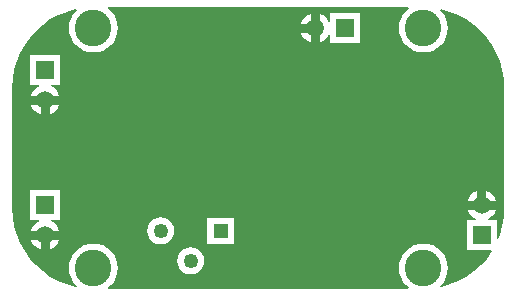
<source format=gbl>
G04*
G04 #@! TF.GenerationSoftware,Altium Limited,Altium Designer,21.0.9 (235)*
G04*
G04 Layer_Physical_Order=2*
G04 Layer_Color=16567637*
%FSLAX25Y25*%
%MOIN*%
G70*
G04*
G04 #@! TF.SameCoordinates,75D1A4E6-31BD-42C8-8B3C-3027E6905E36*
G04*
G04*
G04 #@! TF.FilePolarity,Positive*
G04*
G01*
G75*
%ADD39C,0.12205*%
%ADD40R,0.04921X0.04921*%
%ADD41C,0.04921*%
%ADD42R,0.05906X0.05906*%
%ADD43C,0.05906*%
%ADD44R,0.05906X0.05906*%
%ADD45C,0.05000*%
G36*
X135117Y96474D02*
X134243Y95757D01*
X133230Y94523D01*
X132478Y93116D01*
X132015Y91588D01*
X131858Y90000D01*
X132015Y88412D01*
X132478Y86884D01*
X133230Y85477D01*
X134243Y84243D01*
X135477Y83231D01*
X136884Y82478D01*
X138412Y82015D01*
X140000Y81858D01*
X141588Y82015D01*
X143116Y82478D01*
X144523Y83231D01*
X145757Y84243D01*
X146769Y85477D01*
X147522Y86884D01*
X147985Y88412D01*
X148142Y90000D01*
X147985Y91588D01*
X147522Y93116D01*
X146769Y94523D01*
X145757Y95757D01*
X145587Y95897D01*
X145794Y96352D01*
X146006Y96316D01*
X148915Y95478D01*
X151712Y94319D01*
X154361Y92855D01*
X156830Y91104D01*
X159087Y89087D01*
X161104Y86830D01*
X162855Y84361D01*
X164319Y81712D01*
X165478Y78915D01*
X166316Y76006D01*
X166823Y73022D01*
X166987Y70098D01*
X166974Y70000D01*
Y30000D01*
X166987Y29902D01*
X166823Y26978D01*
X166316Y23994D01*
X165478Y21085D01*
X164943Y19794D01*
X164453Y19892D01*
Y25953D01*
X161564D01*
X161464Y26453D01*
X161998Y26674D01*
X163032Y27468D01*
X163826Y28502D01*
X164240Y29500D01*
X159500D01*
X154761D01*
X155174Y28502D01*
X155968Y27468D01*
X157002Y26674D01*
X157536Y26453D01*
X157436Y25953D01*
X154547D01*
Y16047D01*
X162614D01*
X162660Y15970D01*
X162790Y15547D01*
X161104Y13171D01*
X159087Y10914D01*
X156830Y8896D01*
X154361Y7145D01*
X151712Y5681D01*
X148915Y4522D01*
X146006Y3684D01*
X145794Y3648D01*
X145587Y4103D01*
X145757Y4243D01*
X146769Y5477D01*
X147522Y6884D01*
X147985Y8412D01*
X148142Y10000D01*
X147985Y11588D01*
X147522Y13116D01*
X146769Y14523D01*
X145757Y15757D01*
X144523Y16770D01*
X143116Y17522D01*
X141588Y17985D01*
X140000Y18142D01*
X138412Y17985D01*
X136884Y17522D01*
X135477Y16770D01*
X134243Y15757D01*
X133230Y14523D01*
X132478Y13116D01*
X132015Y11588D01*
X131858Y10000D01*
X132015Y8412D01*
X132478Y6884D01*
X133230Y5477D01*
X134243Y4243D01*
X135117Y3526D01*
X134938Y3026D01*
X35062D01*
X34883Y3526D01*
X35757Y4243D01*
X36770Y5477D01*
X37522Y6884D01*
X37985Y8412D01*
X38142Y10000D01*
X37985Y11588D01*
X37522Y13116D01*
X36770Y14523D01*
X35757Y15757D01*
X34523Y16770D01*
X33116Y17522D01*
X31588Y17985D01*
X30000Y18142D01*
X28412Y17985D01*
X26884Y17522D01*
X25477Y16770D01*
X24243Y15757D01*
X23231Y14523D01*
X22478Y13116D01*
X22015Y11588D01*
X21858Y10000D01*
X22015Y8412D01*
X22478Y6884D01*
X23231Y5477D01*
X24243Y4243D01*
X24414Y4103D01*
X24206Y3648D01*
X23994Y3684D01*
X21085Y4522D01*
X18288Y5681D01*
X15639Y7145D01*
X13171Y8896D01*
X10914Y10914D01*
X8896Y13171D01*
X7145Y15639D01*
X5681Y18288D01*
X4522Y21085D01*
X3684Y23994D01*
X3177Y26978D01*
X3013Y29902D01*
X3026Y30000D01*
Y70000D01*
X3013Y70098D01*
X3177Y73022D01*
X3684Y76006D01*
X4522Y78915D01*
X5681Y81712D01*
X7145Y84361D01*
X8896Y86830D01*
X10914Y89087D01*
X13171Y91104D01*
X15639Y92855D01*
X18288Y94319D01*
X21085Y95478D01*
X23994Y96316D01*
X24206Y96352D01*
X24414Y95897D01*
X24243Y95757D01*
X23231Y94523D01*
X22478Y93116D01*
X22015Y91588D01*
X21858Y90000D01*
X22015Y88412D01*
X22478Y86884D01*
X23231Y85477D01*
X24243Y84243D01*
X25477Y83231D01*
X26884Y82478D01*
X28412Y82015D01*
X30000Y81858D01*
X31588Y82015D01*
X33116Y82478D01*
X34523Y83231D01*
X35757Y84243D01*
X36770Y85477D01*
X37522Y86884D01*
X37985Y88412D01*
X38142Y90000D01*
X37985Y91588D01*
X37522Y93116D01*
X36770Y94523D01*
X35757Y95757D01*
X34883Y96474D01*
X35062Y96974D01*
X134938D01*
X135117Y96474D01*
D02*
G37*
%LPC*%
G36*
X118953Y94953D02*
X109047D01*
Y92064D01*
X108547Y91964D01*
X108326Y92498D01*
X107532Y93532D01*
X106498Y94326D01*
X105500Y94740D01*
Y90000D01*
Y85260D01*
X106498Y85674D01*
X107532Y86468D01*
X108326Y87502D01*
X108547Y88036D01*
X109047Y87936D01*
Y85047D01*
X118953D01*
Y94953D01*
D02*
G37*
G36*
X102500Y94740D02*
X101502Y94326D01*
X100468Y93532D01*
X99674Y92498D01*
X99260Y91500D01*
X102500D01*
Y94740D01*
D02*
G37*
G36*
Y88500D02*
X99260D01*
X99674Y87502D01*
X100468Y86468D01*
X101502Y85674D01*
X102500Y85260D01*
Y88500D01*
D02*
G37*
G36*
X18953Y80953D02*
X9047D01*
Y71047D01*
X11936D01*
X12036Y70547D01*
X11502Y70326D01*
X10468Y69532D01*
X9674Y68498D01*
X9261Y67500D01*
X14000D01*
X18740D01*
X18326Y68498D01*
X17532Y69532D01*
X16498Y70326D01*
X15964Y70547D01*
X16064Y71047D01*
X18953D01*
Y80953D01*
D02*
G37*
G36*
X18740Y64500D02*
X15500D01*
Y61260D01*
X16498Y61674D01*
X17532Y62468D01*
X18326Y63502D01*
X18740Y64500D01*
D02*
G37*
G36*
X12500D02*
X9261D01*
X9674Y63502D01*
X10468Y62468D01*
X11502Y61674D01*
X12500Y61260D01*
Y64500D01*
D02*
G37*
G36*
X161000Y35739D02*
Y32500D01*
X164240D01*
X163826Y33498D01*
X163032Y34532D01*
X161998Y35326D01*
X161000Y35739D01*
D02*
G37*
G36*
X158000D02*
X157002Y35326D01*
X155968Y34532D01*
X155174Y33498D01*
X154761Y32500D01*
X158000D01*
Y35739D01*
D02*
G37*
G36*
X18953Y35953D02*
X9047D01*
Y26047D01*
X11936D01*
X12036Y25547D01*
X11502Y25326D01*
X10468Y24532D01*
X9674Y23498D01*
X9261Y22500D01*
X14000D01*
X18740D01*
X18326Y23498D01*
X17532Y24532D01*
X16498Y25326D01*
X15964Y25547D01*
X16064Y26047D01*
X18953D01*
Y35953D01*
D02*
G37*
G36*
X76961Y26823D02*
X68039D01*
Y17902D01*
X76961D01*
Y26823D01*
D02*
G37*
G36*
X52500Y26861D02*
X51336Y26708D01*
X50250Y26259D01*
X49319Y25544D01*
X48604Y24612D01*
X48154Y23527D01*
X48001Y22362D01*
X48154Y21198D01*
X48604Y20113D01*
X49319Y19181D01*
X50250Y18466D01*
X51336Y18016D01*
X52500Y17863D01*
X53664Y18016D01*
X54750Y18466D01*
X55681Y19181D01*
X56396Y20113D01*
X56846Y21198D01*
X56999Y22362D01*
X56846Y23527D01*
X56396Y24612D01*
X55681Y25544D01*
X54750Y26259D01*
X53664Y26708D01*
X52500Y26861D01*
D02*
G37*
G36*
X18740Y19500D02*
X15500D01*
Y16261D01*
X16498Y16674D01*
X17532Y17468D01*
X18326Y18502D01*
X18740Y19500D01*
D02*
G37*
G36*
X12500D02*
X9261D01*
X9674Y18502D01*
X10468Y17468D01*
X11502Y16674D01*
X12500Y16261D01*
Y19500D01*
D02*
G37*
G36*
X62500Y16861D02*
X61335Y16708D01*
X60250Y16259D01*
X59319Y15544D01*
X58604Y14612D01*
X58154Y13527D01*
X58001Y12362D01*
X58154Y11198D01*
X58604Y10113D01*
X59319Y9181D01*
X60250Y8466D01*
X61335Y8016D01*
X62500Y7863D01*
X63665Y8016D01*
X64750Y8466D01*
X65681Y9181D01*
X66396Y10113D01*
X66846Y11198D01*
X66999Y12362D01*
X66846Y13527D01*
X66396Y14612D01*
X65681Y15544D01*
X64750Y16259D01*
X63665Y16708D01*
X62500Y16861D01*
D02*
G37*
%LPD*%
D39*
X140000Y10000D02*
D03*
Y90000D02*
D03*
X30000D02*
D03*
Y10000D02*
D03*
D40*
X72500Y22362D02*
D03*
D41*
X62500Y12362D02*
D03*
X52500Y22362D02*
D03*
D42*
X114000Y90000D02*
D03*
D43*
X104000D02*
D03*
X14000Y66000D02*
D03*
X159500Y31000D02*
D03*
X14000Y21000D02*
D03*
D44*
Y76000D02*
D03*
X159500Y21000D02*
D03*
X14000Y31000D02*
D03*
D45*
X97000Y12000D02*
D03*
X89000Y38000D02*
D03*
X120000Y72500D02*
D03*
X135500Y22000D02*
D03*
X158000Y81500D02*
D03*
X131500Y49500D02*
D03*
X76500Y82500D02*
D03*
X76000Y58000D02*
D03*
X104000Y44500D02*
D03*
X70500Y14000D02*
D03*
X66500Y32000D02*
D03*
X126000Y92000D02*
D03*
X115000Y18000D02*
D03*
X44000Y56000D02*
D03*
Y90000D02*
D03*
X45000Y14000D02*
D03*
X14000Y50000D02*
D03*
M02*

</source>
